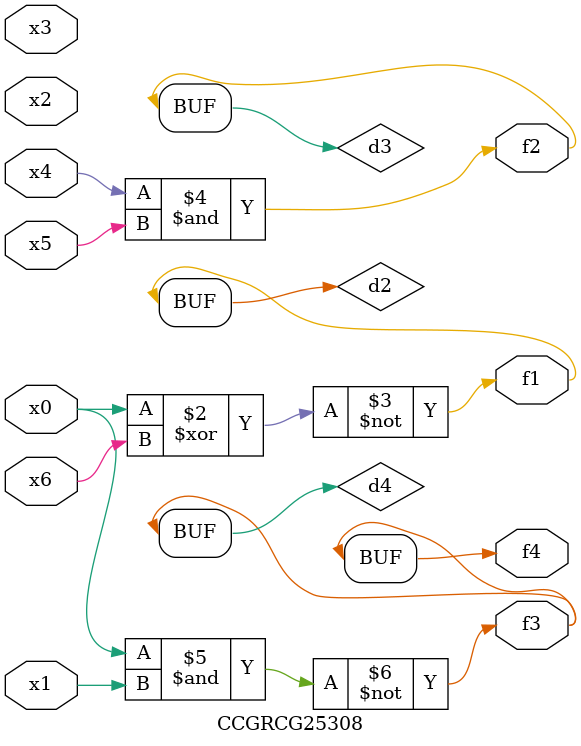
<source format=v>
module CCGRCG25308(
	input x0, x1, x2, x3, x4, x5, x6,
	output f1, f2, f3, f4
);

	wire d1, d2, d3, d4;

	nor (d1, x0);
	xnor (d2, x0, x6);
	and (d3, x4, x5);
	nand (d4, x0, x1);
	assign f1 = d2;
	assign f2 = d3;
	assign f3 = d4;
	assign f4 = d4;
endmodule

</source>
